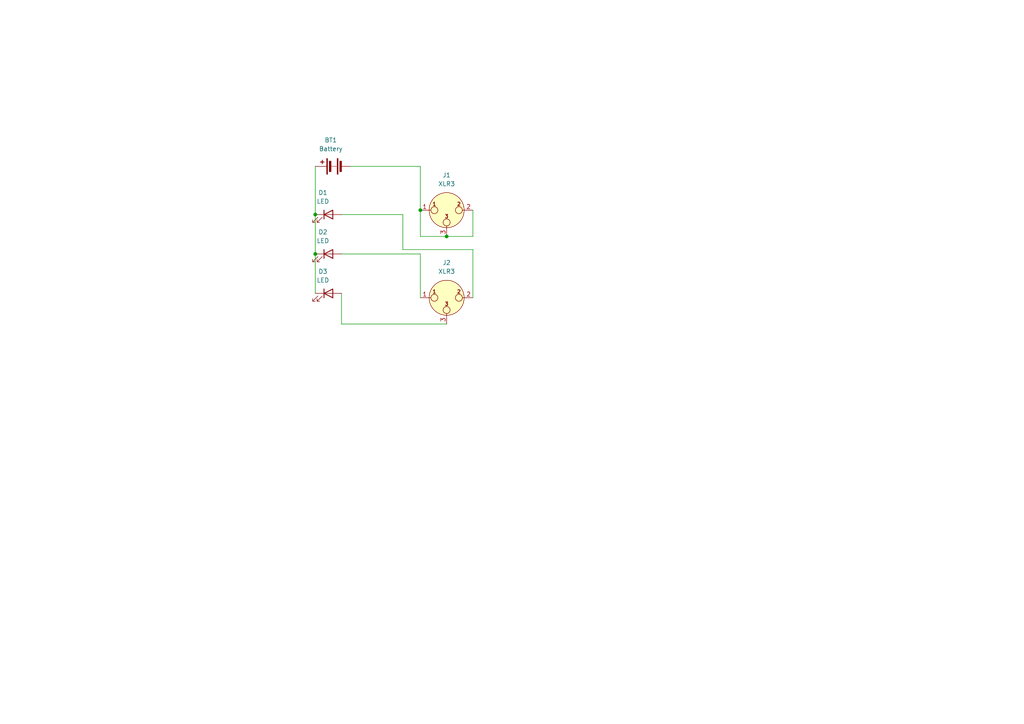
<source format=kicad_sch>
(kicad_sch (version 20231120) (generator "eeschema") (generator_version "8.0")
  (paper "A4")
  (lib_symbols
    (symbol "Connector_Audio:XLR3" (pin_names hide)
      (property "Reference" "J" (at 0 8.89 0))
      (property "Value" "XLR3" (at 0 6.35 0))
      (symbol "XLR3_0_1"
        (circle (center -3.556 0) (radius 1.016))
        (circle (center 0 -3.556) (radius 1.016))
        (polyline (pts (xy -5.08 0) (xy -4.572 0)))
        (polyline (pts (xy 0 -5.08) (xy 0 -4.572)))
        (polyline (pts (xy 5.08 0) (xy 4.572 0)))
        (circle (center 0 0) (radius 5.08) (fill (type background)))
        (circle (center 3.556 0) (radius 1.016))
        (text "1" (at -3.556 1.778 0) (effects (font (size 1.016 1.016) (bold yes))))
        (text "2" (at 3.556 1.778 0) (effects (font (size 1.016 1.016) (bold yes))))
        (text "3" (at 0 -1.778 0) (effects (font (size 1.016 1.016) (bold yes))))
        (pin passive line (at -7.62 0 0) (length 2.54) (name "~") (number "1"))
        (pin passive line (at 7.62 0 180) (length 2.54) (name "~") (number "2"))
        (pin passive line (at 0 -7.62 90) (length 2.54) (name "~") (number "3"))
      )
    )
    (symbol "Device:Battery" (pin_numbers hide) (pin_names (offset 0) hide)
      (property "Reference" "BT" (at 2.54 2.54 0))
      (property "Value" "Battery" (at 2.54 0 0))
      (symbol "Battery_0_1"
        (rectangle (start -2.286 -1.27) (end 2.286 -1.524) (fill (type outline)))
        (rectangle (start -2.286 1.778) (end 2.286 1.524) (fill (type outline)))
        (rectangle (start -1.524 -2.032) (end 1.524 -2.54) (fill (type outline)))
        (rectangle (start -1.524 1.016) (end 1.524 0.508) (fill (type outline)))
        (polyline (pts (xy 0 -1.016) (xy 0 -0.762)))
        (polyline (pts (xy 0 -0.508) (xy 0 -0.254)))
        (polyline (pts (xy 0 0) (xy 0 0.254)))
        (polyline (pts (xy 0 1.778) (xy 0 2.54)))
        (polyline (pts (xy 0.762 3.048) (xy 1.778 3.048)) (stroke (width 0.254)))
        (polyline (pts (xy 1.27 3.556) (xy 1.27 2.54)) (stroke (width 0.254)))
      )
      (symbol "Battery_1_1"
        (pin passive line (at 0 5.08 270) (length 2.54) (name "+") (number "1"))
        (pin passive line (at 0 -5.08 90) (length 2.54) (name "-") (number "2"))
      )
    )
    (symbol "Device:LED" (pin_numbers hide) (pin_names (offset 1.016) hide)
      (property "Reference" "D" (at 0 2.54 0))
      (property "Value" "LED" (at 0 -2.54 0))
      (symbol "LED_0_1"
        (polyline (pts (xy -1.27 -1.27) (xy -1.27 1.27)) (stroke (width 0.254)))
        (polyline (pts (xy -1.27 0) (xy 1.27 0)))
        (polyline (pts (xy 1.27 -1.27) (xy 1.27 1.27) (xy -1.27 0) (xy 1.27 -1.27)) (stroke (width 0.254)))
        (polyline (pts (xy -3.048 -0.762) (xy -4.572 -2.286) (xy -3.81 -2.286) (xy -4.572 -2.286) (xy -4.572 -1.524)))
        (polyline (pts (xy -1.778 -0.762) (xy -3.302 -2.286) (xy -2.54 -2.286) (xy -3.302 -2.286) (xy -3.302 -1.524)))
      )
      (symbol "LED_1_1"
        (pin passive line (at -3.81 0 0) (length 2.54) (name "K") (number "1"))
        (pin passive line (at 3.81 0 180) (length 2.54) (name "A") (number "2"))
      )
    )
  )
  (junction (at 129.54 68.58))
  (junction (at 121.92 60.96))
  (junction (at 91.44 73.66))
  (junction (at 91.44 62.23))
  (wire (pts (xy 91.44 48.26) (xy 91.44 62.23)))
  (wire (pts (xy 137.16 68.58) (xy 137.16 60.96)))
  (wire (pts (xy 129.54 68.58) (xy 137.16 68.58)))
  (wire (pts (xy 121.92 86.36) (xy 121.92 73.66)))
  (wire (pts (xy 137.16 72.39) (xy 116.84 72.39)))
  (wire (pts (xy 99.06 73.66) (xy 121.92 73.66)))
  (wire (pts (xy 116.84 62.23) (xy 99.06 62.23)))
  (wire (pts (xy 91.44 62.23) (xy 91.44 73.66)))
  (wire (pts (xy 101.6 48.26) (xy 121.92 48.26)))
  (wire (pts (xy 137.16 86.36) (xy 137.16 72.39)))
  (wire (pts (xy 99.06 85.09) (xy 99.06 93.98)))
  (wire (pts (xy 116.84 72.39) (xy 116.84 62.23)))
  (wire (pts (xy 121.92 60.96) (xy 121.92 68.58)))
  (wire (pts (xy 129.54 93.98) (xy 99.06 93.98)))
  (wire (pts (xy 121.92 48.26) (xy 121.92 60.96)))
  (wire (pts (xy 121.92 68.58) (xy 129.54 68.58)))
  (wire (pts (xy 91.44 73.66) (xy 91.44 85.09)))
  (symbol (lib_id "Connector_Audio:XLR3") (at 129.54 86.36 0) (unit 1)
    (property "Reference" "J2" (at 129.54 76.2 0))
    (property "Value" "XLR3" (at 129.54 78.74 0))
    (property "Footprint" "Connector_Audio:Jack_XLR_Neutrik_NC3MBH-1_Horizontal" (effects (hide yes)))
    (property "Description" "XLR Connector, Male or Female, 3 Pins" (effects (hide yes)))
  )
  (symbol (lib_id "Device:LED") (at 95.25 85.09 0) (unit 1)
    (property "Reference" "D3" (at 93.6625 78.74 0))
    (property "Value" "LED" (at 93.6625 81.28 0))
    (property "Footprint" "LED_THT:LED_D3.0mm_FlatTop" (effects (hide yes)))
    (property "Description" "Light emitting diode" (effects (hide yes)))
  )
  (symbol (lib_id "Connector_Audio:XLR3") (at 129.54 60.96 0) (unit 1)
    (property "Reference" "J1" (at 129.54 50.8 0))
    (property "Value" "XLR3" (at 129.54 53.34 0))
    (property "Footprint" "Connector_Audio:Jack_XLR_Neutrik_NC3MBH-1_Horizontal" (effects (hide yes)))
    (property "Description" "XLR Connector, Male or Female, 3 Pins" (effects (hide yes)))
  )
  (symbol (lib_id "Device:Battery") (at 96.52 48.26 90) (unit 1)
    (property "Reference" "BT1" (at 95.9485 40.64 90))
    (property "Value" "Battery" (at 95.9485 43.18 90))
    (property "Footprint" "Battery:BatteryHolder_MPD_BC2AAPC_2xAA" (effects (hide yes)))
    (property "Description" "Multiple-cell battery" (effects (hide yes)))
  )
  (symbol (lib_id "Device:LED") (at 95.25 62.23 0) (unit 1)
    (property "Reference" "D1" (at 93.6625 55.88 0))
    (property "Value" "LED" (at 93.6625 58.42 0))
    (property "Footprint" "LED_THT:LED_D3.0mm_FlatTop" (effects (hide yes)))
    (property "Description" "Light emitting diode" (effects (hide yes)))
  )
  (symbol (lib_id "Device:LED") (at 95.25 73.66 0) (unit 1)
    (property "Reference" "D2" (at 93.6625 67.31 0))
    (property "Value" "LED" (at 93.6625 69.85 0))
    (property "Footprint" "LED_THT:LED_D3.0mm_FlatTop" (effects (hide yes)))
    (property "Description" "Light emitting diode" (effects (hide yes)))
  )
)
</source>
